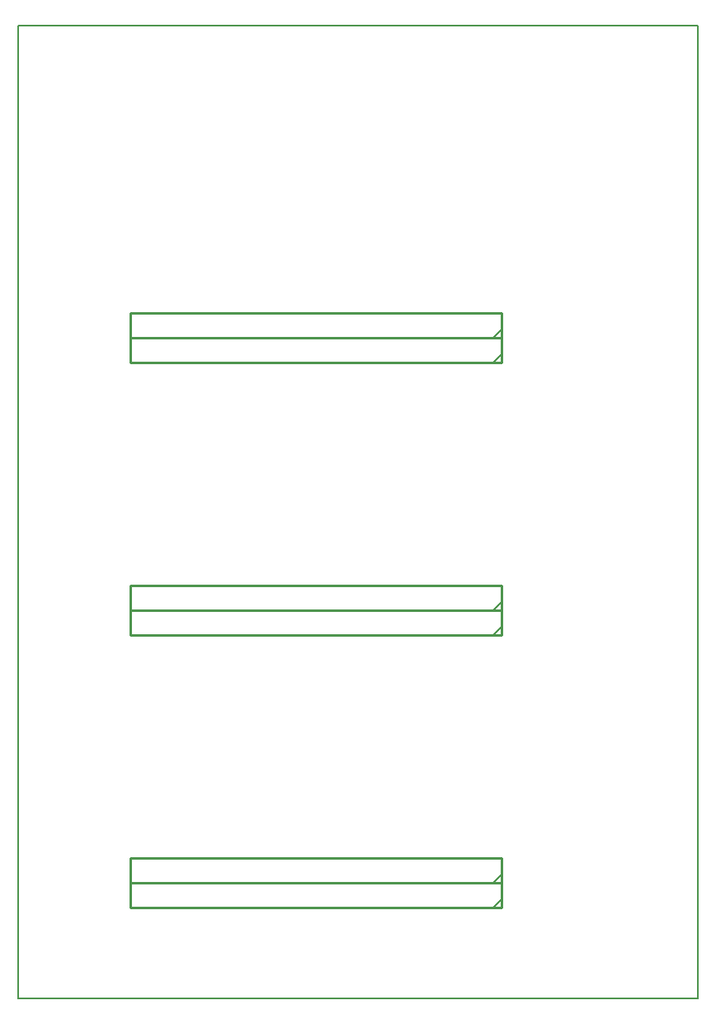
<source format=gbo>
G04 MADE WITH FRITZING*
G04 WWW.FRITZING.ORG*
G04 DOUBLE SIDED*
G04 HOLES PLATED*
G04 CONTOUR ON CENTER OF CONTOUR VECTOR*
%ASAXBY*%
%FSLAX23Y23*%
%MOIN*%
%OFA0B0*%
%SFA1.0B1.0*%
%ADD10R,2.755910X3.937010X2.739910X3.921010*%
%ADD11C,0.008000*%
%ADD12C,0.010000*%
%ADD13C,0.005000*%
%LNSILK0*%
G90*
G70*
G54D11*
X4Y3933D02*
X2752Y3933D01*
X2752Y4D01*
X4Y4D01*
X4Y3933D01*
D02*
G54D12*
X1958Y471D02*
X458Y471D01*
D02*
X458Y471D02*
X458Y571D01*
D02*
X458Y571D02*
X1958Y571D01*
D02*
X1958Y571D02*
X1958Y471D01*
G54D13*
D02*
X1923Y471D02*
X1958Y506D01*
G54D12*
D02*
X1958Y371D02*
X458Y371D01*
D02*
X458Y371D02*
X458Y471D01*
D02*
X458Y471D02*
X1958Y471D01*
D02*
X1958Y471D02*
X1958Y371D01*
G54D13*
D02*
X1923Y371D02*
X1958Y406D01*
G54D12*
D02*
X1958Y1571D02*
X458Y1571D01*
D02*
X458Y1571D02*
X458Y1671D01*
D02*
X458Y1671D02*
X1958Y1671D01*
D02*
X1958Y1671D02*
X1958Y1571D01*
G54D13*
D02*
X1923Y1571D02*
X1958Y1606D01*
G54D12*
D02*
X1958Y1471D02*
X458Y1471D01*
D02*
X458Y1471D02*
X458Y1571D01*
D02*
X458Y1571D02*
X1958Y1571D01*
D02*
X1958Y1571D02*
X1958Y1471D01*
G54D13*
D02*
X1923Y1471D02*
X1958Y1506D01*
G54D12*
D02*
X1958Y2671D02*
X458Y2671D01*
D02*
X458Y2671D02*
X458Y2771D01*
D02*
X458Y2771D02*
X1958Y2771D01*
D02*
X1958Y2771D02*
X1958Y2671D01*
G54D13*
D02*
X1923Y2671D02*
X1958Y2706D01*
G54D12*
D02*
X1958Y2571D02*
X458Y2571D01*
D02*
X458Y2571D02*
X458Y2671D01*
D02*
X458Y2671D02*
X1958Y2671D01*
D02*
X1958Y2671D02*
X1958Y2571D01*
G54D13*
D02*
X1923Y2571D02*
X1958Y2606D01*
G04 End of Silk0*
M02*
</source>
